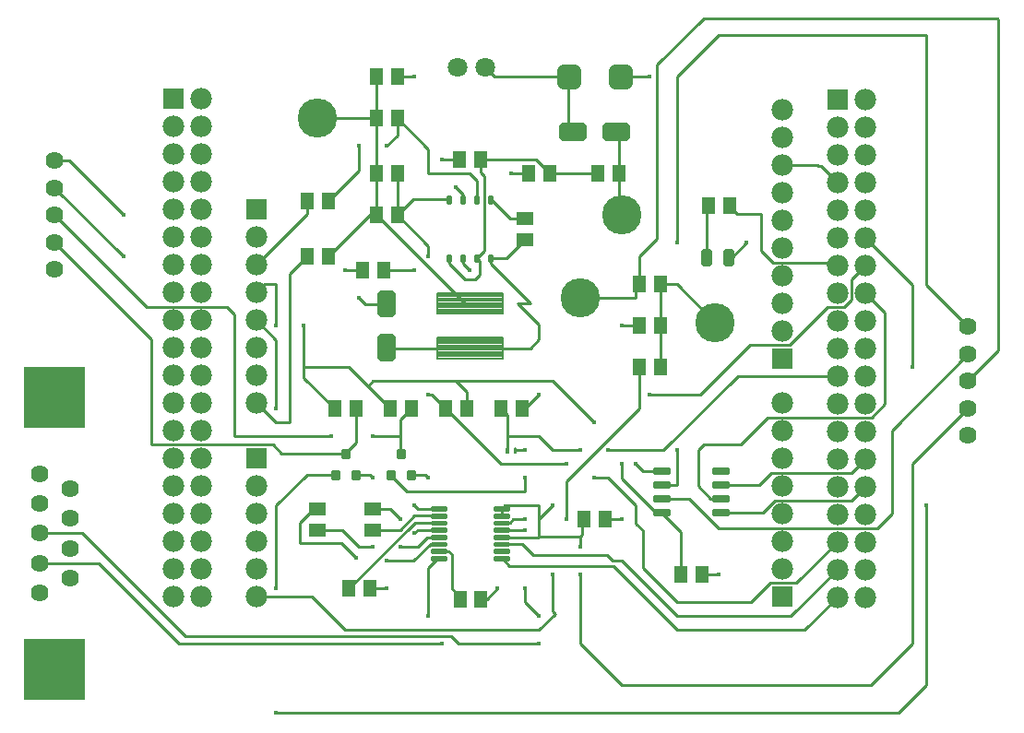
<source format=gtl>
G04 EAGLE Gerber RS-274X export*
G75*
%MOMM*%
%FSLAX34Y34*%
%LPD*%
%INTop Copper*%
%IPPOS*%
%AMOC8*
5,1,8,0,0,1.08239X$1,22.5*%
G01*
%ADD10R,1.500000X1.300000*%
%ADD11R,1.300000X1.500000*%
%ADD12C,1.620000*%
%ADD13R,5.580000X5.580000*%
%ADD14C,1.800000*%
%ADD15C,1.079500*%
%ADD16C,0.850000*%
%ADD17C,0.500000*%
%ADD18C,0.150000*%
%ADD19C,0.210000*%
%ADD20R,1.980000X1.980000*%
%ADD21C,1.980000*%
%ADD22C,3.600000*%
%ADD23C,0.400000*%
%ADD24C,0.225000*%
%ADD25C,0.255000*%
%ADD26C,0.304800*%
%ADD27C,0.254000*%
%ADD28C,0.452400*%


D10*
X381000Y219100D03*
X381000Y238100D03*
X520700Y504800D03*
X520700Y485800D03*
D11*
X663600Y177800D03*
X682600Y177800D03*
D10*
X330200Y219100D03*
X330200Y238100D03*
D11*
X358800Y165100D03*
X377800Y165100D03*
X479900Y155500D03*
X460900Y155500D03*
X574700Y228600D03*
X593700Y228600D03*
X542900Y546100D03*
X523900Y546100D03*
X479400Y558800D03*
X460400Y558800D03*
X403200Y508000D03*
X384200Y508000D03*
X384200Y635000D03*
X403200Y635000D03*
D12*
X74700Y161100D03*
X74700Y188500D03*
X74700Y215900D03*
X74700Y270700D03*
X74700Y243300D03*
X103100Y174800D03*
X103100Y202200D03*
X103100Y229600D03*
X103100Y257000D03*
D13*
X88900Y340850D03*
X88900Y90950D03*
D14*
X458600Y643700D03*
X483600Y643700D03*
D12*
X88900Y508000D03*
X88900Y483000D03*
X88900Y458000D03*
X88900Y533000D03*
X88900Y558000D03*
X927100Y355600D03*
X927100Y330600D03*
X927100Y305600D03*
X927100Y380600D03*
X927100Y405600D03*
D15*
X565849Y629094D02*
X555053Y629094D01*
X555053Y640906D01*
X565849Y640906D01*
X565849Y629094D01*
X565849Y639349D02*
X555053Y639349D01*
X602551Y629094D02*
X613347Y629094D01*
X602551Y629094D02*
X602551Y640906D01*
X613347Y640906D01*
X613347Y629094D01*
X613347Y639349D02*
X602551Y639349D01*
D16*
X595950Y588450D02*
X612450Y588450D01*
X612450Y579950D01*
X595950Y579950D01*
X595950Y588450D01*
X595950Y588025D02*
X612450Y588025D01*
X572450Y588450D02*
X555950Y588450D01*
X572450Y588450D02*
X572450Y579950D01*
X555950Y579950D01*
X555950Y588450D01*
X555950Y588025D02*
X572450Y588025D01*
X397950Y394650D02*
X397950Y378150D01*
X389450Y378150D01*
X389450Y394650D01*
X397950Y394650D01*
X397950Y386225D02*
X389450Y386225D01*
X389450Y394300D02*
X397950Y394300D01*
X397950Y418150D02*
X397950Y434650D01*
X397950Y418150D02*
X389450Y418150D01*
X389450Y434650D01*
X397950Y434650D01*
X397950Y426225D02*
X389450Y426225D01*
X389450Y434300D02*
X397950Y434300D01*
D17*
X704900Y463200D02*
X709900Y463200D01*
X704900Y463200D02*
X704900Y474200D01*
X709900Y474200D01*
X709900Y463200D01*
X709900Y467950D02*
X704900Y467950D01*
X704900Y472700D02*
X709900Y472700D01*
X689900Y463200D02*
X684900Y463200D01*
X684900Y474200D01*
X689900Y474200D01*
X689900Y463200D01*
X689900Y467950D02*
X684900Y467950D01*
X684900Y472700D02*
X689900Y472700D01*
D18*
X505250Y294350D02*
X505250Y289850D01*
X503750Y289850D01*
X503750Y294350D01*
X505250Y294350D01*
X505250Y291275D02*
X503750Y291275D01*
X503750Y292700D02*
X505250Y292700D01*
X505250Y294125D02*
X503750Y294125D01*
X512250Y294350D02*
X512250Y289850D01*
X510750Y289850D01*
X510750Y294350D01*
X512250Y294350D01*
X512250Y291275D02*
X510750Y291275D01*
X510750Y292700D02*
X512250Y292700D01*
X512250Y294125D02*
X510750Y294125D01*
D19*
X499850Y395350D02*
X439950Y395350D01*
X499850Y395350D02*
X499850Y376450D01*
X439950Y376450D01*
X439950Y395350D01*
X439950Y378445D02*
X499850Y378445D01*
X499850Y380440D02*
X439950Y380440D01*
X439950Y382435D02*
X499850Y382435D01*
X499850Y384430D02*
X439950Y384430D01*
X439950Y386425D02*
X499850Y386425D01*
X499850Y388420D02*
X439950Y388420D01*
X439950Y390415D02*
X499850Y390415D01*
X499850Y392410D02*
X439950Y392410D01*
X439950Y394405D02*
X499850Y394405D01*
X499850Y436350D02*
X439950Y436350D01*
X499850Y436350D02*
X499850Y417450D01*
X439950Y417450D01*
X439950Y436350D01*
X439950Y419445D02*
X499850Y419445D01*
X499850Y421440D02*
X439950Y421440D01*
X439950Y423435D02*
X499850Y423435D01*
X499850Y425430D02*
X439950Y425430D01*
X439950Y427425D02*
X499850Y427425D01*
X499850Y429420D02*
X439950Y429420D01*
X439950Y431415D02*
X499850Y431415D01*
X499850Y433410D02*
X439950Y433410D01*
X439950Y435405D02*
X499850Y435405D01*
D20*
X273800Y284400D03*
D21*
X273800Y259000D03*
X273800Y233600D03*
X273800Y208200D03*
X273800Y182800D03*
X273800Y157400D03*
D20*
X273800Y513000D03*
D21*
X273800Y487600D03*
X273800Y462200D03*
X273800Y436800D03*
X273800Y411400D03*
X273800Y386000D03*
X273800Y360600D03*
X273800Y335200D03*
D20*
X197600Y614600D03*
D21*
X223000Y614600D03*
X197600Y589200D03*
X223000Y589200D03*
X197600Y563800D03*
X223000Y563800D03*
X197600Y538400D03*
X223000Y538400D03*
X197600Y513000D03*
X223000Y513000D03*
X197600Y487600D03*
X223000Y487600D03*
X197600Y462200D03*
X223000Y462200D03*
X197600Y436800D03*
X223000Y436800D03*
X197600Y411400D03*
X223000Y411400D03*
X197600Y386000D03*
X223000Y386000D03*
X197600Y360600D03*
X223000Y360600D03*
X197600Y335200D03*
X223000Y335200D03*
X197600Y309800D03*
X223000Y309800D03*
X197600Y284400D03*
X223000Y284400D03*
X197600Y259000D03*
X223000Y259000D03*
X197600Y233600D03*
X223000Y233600D03*
X197600Y208200D03*
X223000Y208200D03*
X197600Y182800D03*
X223000Y182800D03*
X197600Y157400D03*
X223000Y157400D03*
D20*
X756400Y375840D03*
D21*
X756400Y401240D03*
X756400Y426640D03*
X756400Y452040D03*
X756400Y477440D03*
X756400Y502840D03*
X756400Y528240D03*
X756400Y553640D03*
X756400Y579040D03*
X756400Y604440D03*
X756400Y208200D03*
X756400Y233600D03*
X756400Y259000D03*
X756400Y284400D03*
X756400Y309800D03*
X756400Y335200D03*
D20*
X756400Y157400D03*
D21*
X756400Y182800D03*
D20*
X807200Y614350D03*
D21*
X832600Y614350D03*
X807200Y588950D03*
X832600Y588950D03*
X807200Y563550D03*
X832600Y563550D03*
X807200Y538150D03*
X832600Y538150D03*
X807200Y512750D03*
X832600Y512750D03*
X807200Y487350D03*
X832600Y487350D03*
X807200Y461950D03*
X832600Y461950D03*
X807200Y436550D03*
X832600Y436550D03*
X807200Y411150D03*
X832600Y411150D03*
X807200Y385750D03*
X832600Y385750D03*
X807200Y360350D03*
X832600Y360350D03*
X807200Y334950D03*
X832600Y334950D03*
X807200Y309550D03*
X832600Y309550D03*
X807200Y284150D03*
X832600Y284150D03*
X807200Y258750D03*
X832600Y258750D03*
X807200Y233350D03*
X832600Y233350D03*
X807200Y207950D03*
X832600Y207950D03*
X807200Y182550D03*
X832600Y182550D03*
X807200Y157150D03*
X832600Y157150D03*
D11*
X390500Y457200D03*
X371500Y457200D03*
X625500Y444500D03*
X644500Y444500D03*
X625500Y406400D03*
X644500Y406400D03*
X689000Y516900D03*
X708000Y516900D03*
X644500Y368300D03*
X625500Y368300D03*
X606400Y546100D03*
X587400Y546100D03*
X339700Y469900D03*
X320700Y469900D03*
X339700Y520700D03*
X320700Y520700D03*
X403200Y546100D03*
X384200Y546100D03*
X403200Y596900D03*
X384200Y596900D03*
X498500Y330200D03*
X517500Y330200D03*
X447700Y330200D03*
X466700Y330200D03*
X415900Y330200D03*
X396900Y330200D03*
X365100Y330200D03*
X346100Y330200D03*
D22*
X330200Y596900D03*
X571500Y431800D03*
X695100Y409100D03*
X609600Y508000D03*
D23*
X357600Y286900D02*
X353600Y286900D01*
X353600Y291900D01*
X357600Y291900D01*
X357600Y286900D01*
X357600Y290700D02*
X353600Y290700D01*
X348100Y266900D02*
X344100Y266900D01*
X344100Y271900D01*
X348100Y271900D01*
X348100Y266900D01*
X348100Y270700D02*
X344100Y270700D01*
X363100Y271900D02*
X367100Y271900D01*
X367100Y266900D01*
X363100Y266900D01*
X363100Y271900D01*
X363100Y270700D02*
X367100Y270700D01*
X404400Y286900D02*
X408400Y286900D01*
X404400Y286900D02*
X404400Y291900D01*
X408400Y291900D01*
X408400Y286900D01*
X408400Y290700D02*
X404400Y290700D01*
X398900Y266900D02*
X394900Y266900D01*
X394900Y271900D01*
X398900Y271900D01*
X398900Y266900D01*
X398900Y270700D02*
X394900Y270700D01*
X413900Y271900D02*
X417900Y271900D01*
X417900Y266900D01*
X413900Y266900D01*
X413900Y271900D01*
X413900Y270700D02*
X417900Y270700D01*
D24*
X434525Y237525D02*
X447275Y237525D01*
X434525Y237525D02*
X434525Y239775D01*
X447275Y239775D01*
X447275Y237525D01*
X447275Y239662D02*
X434525Y239662D01*
X434525Y231025D02*
X447275Y231025D01*
X434525Y231025D02*
X434525Y233275D01*
X447275Y233275D01*
X447275Y231025D01*
X447275Y233162D02*
X434525Y233162D01*
X434525Y224525D02*
X447275Y224525D01*
X434525Y224525D02*
X434525Y226775D01*
X447275Y226775D01*
X447275Y224525D01*
X447275Y226662D02*
X434525Y226662D01*
X434525Y218025D02*
X447275Y218025D01*
X434525Y218025D02*
X434525Y220275D01*
X447275Y220275D01*
X447275Y218025D01*
X447275Y220162D02*
X434525Y220162D01*
X434525Y211525D02*
X447275Y211525D01*
X434525Y211525D02*
X434525Y213775D01*
X447275Y213775D01*
X447275Y211525D01*
X447275Y213662D02*
X434525Y213662D01*
X434525Y205025D02*
X447275Y205025D01*
X434525Y205025D02*
X434525Y207275D01*
X447275Y207275D01*
X447275Y205025D01*
X447275Y207162D02*
X434525Y207162D01*
X434525Y198525D02*
X447275Y198525D01*
X434525Y198525D02*
X434525Y200775D01*
X447275Y200775D01*
X447275Y198525D01*
X447275Y200662D02*
X434525Y200662D01*
X434525Y192025D02*
X447275Y192025D01*
X434525Y192025D02*
X434525Y194275D01*
X447275Y194275D01*
X447275Y192025D01*
X447275Y194162D02*
X434525Y194162D01*
X492525Y194275D02*
X505275Y194275D01*
X505275Y192025D01*
X492525Y192025D01*
X492525Y194275D01*
X492525Y194162D02*
X505275Y194162D01*
X505275Y200775D02*
X492525Y200775D01*
X505275Y200775D02*
X505275Y198525D01*
X492525Y198525D01*
X492525Y200775D01*
X492525Y200662D02*
X505275Y200662D01*
X505275Y207275D02*
X492525Y207275D01*
X505275Y207275D02*
X505275Y205025D01*
X492525Y205025D01*
X492525Y207275D01*
X492525Y207162D02*
X505275Y207162D01*
X505275Y213775D02*
X492525Y213775D01*
X505275Y213775D02*
X505275Y211525D01*
X492525Y211525D01*
X492525Y213775D01*
X492525Y213662D02*
X505275Y213662D01*
X505275Y220275D02*
X492525Y220275D01*
X505275Y220275D02*
X505275Y218025D01*
X492525Y218025D01*
X492525Y220275D01*
X492525Y220162D02*
X505275Y220162D01*
X505275Y226775D02*
X492525Y226775D01*
X505275Y226775D02*
X505275Y224525D01*
X492525Y224525D01*
X492525Y226775D01*
X492525Y226662D02*
X505275Y226662D01*
X505275Y233275D02*
X492525Y233275D01*
X505275Y233275D02*
X505275Y231025D01*
X492525Y231025D01*
X492525Y233275D01*
X492525Y233162D02*
X505275Y233162D01*
X505275Y239775D02*
X492525Y239775D01*
X505275Y239775D02*
X505275Y237525D01*
X492525Y237525D01*
X492525Y239775D01*
X492525Y239662D02*
X505275Y239662D01*
D25*
X487675Y519575D02*
X487675Y525025D01*
X490225Y525025D01*
X490225Y519575D01*
X487675Y519575D01*
X487675Y521997D02*
X490225Y521997D01*
X490225Y524419D02*
X487675Y524419D01*
X474975Y525025D02*
X474975Y519575D01*
X474975Y525025D02*
X477525Y525025D01*
X477525Y519575D01*
X474975Y519575D01*
X474975Y521997D02*
X477525Y521997D01*
X477525Y524419D02*
X474975Y524419D01*
X462275Y525025D02*
X462275Y519575D01*
X462275Y525025D02*
X464825Y525025D01*
X464825Y519575D01*
X462275Y519575D01*
X462275Y521997D02*
X464825Y521997D01*
X464825Y524419D02*
X462275Y524419D01*
X449575Y525025D02*
X449575Y519575D01*
X449575Y525025D02*
X452125Y525025D01*
X452125Y519575D01*
X449575Y519575D01*
X449575Y521997D02*
X452125Y521997D01*
X452125Y524419D02*
X449575Y524419D01*
X452125Y471025D02*
X452125Y465575D01*
X449575Y465575D01*
X449575Y471025D01*
X452125Y471025D01*
X452125Y467997D02*
X449575Y467997D01*
X449575Y470419D02*
X452125Y470419D01*
X464825Y471025D02*
X464825Y465575D01*
X462275Y465575D01*
X462275Y471025D01*
X464825Y471025D01*
X464825Y467997D02*
X462275Y467997D01*
X462275Y470419D02*
X464825Y470419D01*
X477525Y471025D02*
X477525Y465575D01*
X474975Y465575D01*
X474975Y471025D01*
X477525Y471025D01*
X477525Y467997D02*
X474975Y467997D01*
X474975Y470419D02*
X477525Y470419D01*
X490225Y471025D02*
X490225Y465575D01*
X487675Y465575D01*
X487675Y471025D01*
X490225Y471025D01*
X490225Y467997D02*
X487675Y467997D01*
X487675Y470419D02*
X490225Y470419D01*
D26*
X639826Y271526D02*
X652272Y271526D01*
X639826Y271526D02*
X639826Y274574D01*
X652272Y274574D01*
X652272Y271526D01*
X652272Y274422D02*
X639826Y274422D01*
X639826Y258826D02*
X652272Y258826D01*
X639826Y258826D02*
X639826Y261874D01*
X652272Y261874D01*
X652272Y258826D01*
X652272Y261722D02*
X639826Y261722D01*
X639826Y246126D02*
X652272Y246126D01*
X639826Y246126D02*
X639826Y249174D01*
X652272Y249174D01*
X652272Y246126D01*
X652272Y249022D02*
X639826Y249022D01*
X639826Y233426D02*
X652272Y233426D01*
X639826Y233426D02*
X639826Y236474D01*
X652272Y236474D01*
X652272Y233426D01*
X652272Y236322D02*
X639826Y236322D01*
X693928Y271526D02*
X706374Y271526D01*
X693928Y271526D02*
X693928Y274574D01*
X706374Y274574D01*
X706374Y271526D01*
X706374Y274422D02*
X693928Y274422D01*
X693928Y258826D02*
X706374Y258826D01*
X693928Y258826D02*
X693928Y261874D01*
X706374Y261874D01*
X706374Y258826D01*
X706374Y261722D02*
X693928Y261722D01*
X693928Y246126D02*
X706374Y246126D01*
X693928Y246126D02*
X693928Y249174D01*
X706374Y249174D01*
X706374Y246126D01*
X706374Y249022D02*
X693928Y249022D01*
X693928Y233426D02*
X706374Y233426D01*
X693928Y233426D02*
X693928Y236474D01*
X706374Y236474D01*
X706374Y233426D01*
X706374Y236322D02*
X693928Y236322D01*
D27*
X789590Y552950D02*
X788900Y553640D01*
X756400Y553640D01*
X792400Y552950D02*
X807200Y538150D01*
X792400Y552950D02*
X789590Y552950D01*
X406189Y219100D02*
X381000Y219100D01*
X440636Y231886D02*
X440900Y232150D01*
X418975Y231886D02*
X406189Y219100D01*
X418975Y231886D02*
X440636Y231886D01*
X396900Y238100D02*
X381000Y238100D01*
X396900Y238100D02*
X406400Y228600D01*
D28*
X406400Y228600D03*
X419100Y215900D03*
D27*
X422100Y218900D02*
X429626Y218900D01*
X422100Y218900D02*
X419100Y215900D01*
X429412Y218686D02*
X429626Y218900D01*
X429412Y218686D02*
X440436Y218686D01*
X440900Y219150D01*
X419100Y635000D02*
X403200Y635000D01*
D28*
X419100Y635000D03*
D27*
X444500Y558800D02*
X460400Y558800D01*
D28*
X444500Y558800D03*
D27*
X508000Y546100D02*
X523900Y546100D01*
D28*
X508000Y546100D03*
D27*
X607949Y635000D02*
X635000Y635000D01*
D28*
X635000Y635000D03*
D27*
X463550Y468300D02*
X463550Y463550D01*
X469900Y457200D01*
D28*
X469900Y457200D03*
D27*
X371500Y457200D02*
X355600Y457200D01*
D28*
X355600Y457200D03*
D27*
X463550Y522300D02*
X463550Y527050D01*
X457200Y533400D01*
D28*
X457200Y533400D03*
D27*
X393700Y426400D02*
X373700Y426400D01*
X368300Y431800D01*
D28*
X368300Y431800D03*
D27*
X707400Y468700D02*
X710000Y468700D01*
X723900Y482600D01*
D28*
X723900Y482600D03*
D27*
X625500Y406400D02*
X609600Y406400D01*
D28*
X609600Y406400D03*
D27*
X628650Y273050D02*
X646049Y273050D01*
X628650Y273050D02*
X622300Y279400D01*
D28*
X622300Y279400D03*
D27*
X682600Y177800D02*
X698500Y177800D01*
D28*
X698500Y177800D03*
D27*
X609600Y228600D02*
X593700Y228600D01*
D28*
X609600Y228600D03*
D27*
X499136Y225414D02*
X498900Y225650D01*
X499136Y225414D02*
X506588Y225414D01*
X509774Y228600D01*
X520700Y228600D01*
D28*
X520700Y228600D03*
D27*
X520700Y292100D02*
X511500Y292100D01*
D28*
X520700Y292100D03*
D27*
X440900Y238650D02*
X421750Y238650D01*
X419100Y241300D01*
D28*
X419100Y241300D03*
D27*
X415900Y269400D02*
X429100Y269400D01*
X431800Y266700D01*
D28*
X431800Y266700D03*
D27*
X378300Y269400D02*
X365100Y269400D01*
X378300Y269400D02*
X381000Y266700D01*
D28*
X381000Y266700D03*
D27*
X377800Y165100D02*
X393700Y165100D01*
D28*
X393700Y165100D03*
D27*
X479900Y155500D02*
X485700Y155500D01*
X495300Y165100D01*
D28*
X495300Y165100D03*
D27*
X314114Y206814D02*
X314114Y225747D01*
X314114Y206814D02*
X351986Y206814D01*
X330200Y238100D02*
X326467Y238100D01*
X314114Y225747D01*
D28*
X365609Y193191D03*
X393700Y190606D03*
D27*
X440664Y206386D02*
X440900Y206150D01*
X440664Y206386D02*
X434012Y206386D01*
X418232Y190606D02*
X393700Y190606D01*
X418232Y190606D02*
X434012Y206386D01*
X365609Y193191D02*
X351986Y206814D01*
X453286Y165254D02*
X460900Y155500D01*
X453286Y165254D02*
X453286Y196688D01*
X450324Y199650D01*
X440900Y199650D01*
X573100Y227000D02*
X574700Y228600D01*
X573100Y227000D02*
X573100Y214300D01*
X571450Y212650D02*
X533400Y212650D01*
X533400Y212050D02*
X499500Y212050D01*
X498900Y212650D01*
X533400Y212650D02*
X533400Y212050D01*
X533400Y212650D02*
X533400Y228600D01*
X533400Y241300D01*
X501550Y241300D01*
X498900Y238650D01*
X876300Y279800D02*
X927100Y330600D01*
X876300Y114300D02*
X838200Y76200D01*
X609600Y76200D01*
X571500Y114300D01*
X571500Y177800D01*
D28*
X571500Y177800D03*
X571500Y203200D03*
D27*
X571500Y212600D01*
X571450Y212650D01*
X573100Y214300D01*
X876300Y279800D02*
X876300Y114300D01*
X292100Y393100D02*
X273800Y411400D01*
D28*
X292100Y330200D03*
X546100Y241300D03*
D27*
X533400Y228600D01*
X292100Y330200D02*
X292100Y393100D01*
X498900Y238650D02*
X498900Y232150D01*
X419350Y225650D02*
X358800Y165100D01*
X419350Y225650D02*
X440900Y225650D01*
X352400Y219100D02*
X330200Y219100D01*
X352400Y219100D02*
X368300Y203200D01*
X381000Y203200D01*
D28*
X381000Y203200D03*
X406400Y203200D03*
D27*
X430812Y212086D02*
X440336Y212086D01*
X440900Y212650D01*
X421926Y203200D02*
X406400Y203200D01*
X421926Y203200D02*
X430812Y212086D01*
X114300Y215900D02*
X74700Y215900D01*
X459182Y114300D02*
X533400Y114300D01*
X459182Y114300D02*
X452414Y121068D01*
X209132Y121068D01*
D28*
X533400Y114300D03*
X533400Y139700D03*
D27*
X520700Y152400D01*
X520700Y165100D01*
D28*
X520700Y165100D03*
X520700Y218718D03*
D27*
X499332Y218718D01*
X498900Y219150D01*
X209132Y121068D02*
X114300Y215900D01*
X492300Y635000D02*
X560451Y635000D01*
X492300Y635000D02*
X483600Y643700D01*
X560451Y635000D02*
X560451Y587949D01*
X564200Y584200D01*
X542900Y546100D02*
X587400Y546100D01*
X542900Y546100D02*
X530200Y558800D01*
X479400Y558800D01*
X450850Y468300D02*
X450850Y463550D01*
X474614Y448732D02*
X478968Y453087D01*
X478968Y465582D02*
X476250Y468300D01*
X478968Y465582D02*
X478968Y453087D01*
X474614Y448732D02*
X465668Y448732D01*
X450850Y463550D01*
X479400Y547386D02*
X479400Y558800D01*
X479400Y547386D02*
X483086Y543700D01*
X483086Y475136D01*
X476250Y468300D01*
X506450Y504800D02*
X520700Y504800D01*
X506450Y504800D02*
X488950Y522300D01*
X520700Y485800D02*
X503200Y468300D01*
X488950Y468300D01*
X469900Y385900D02*
X525600Y385900D01*
X533400Y393700D01*
X525514Y426986D02*
X513932Y426986D01*
X533400Y407518D02*
X533400Y393700D01*
X533400Y407518D02*
X513932Y426986D01*
X469900Y385900D02*
X394200Y385900D01*
X393700Y386400D01*
X488950Y463550D02*
X488950Y468300D01*
X488950Y463550D02*
X525514Y426986D01*
X417500Y522300D02*
X403200Y508000D01*
X417500Y522300D02*
X450850Y522300D01*
X431800Y479400D02*
X403200Y508000D01*
X431800Y479400D02*
X431800Y469900D01*
D28*
X431800Y469900D03*
X419100Y457200D03*
D27*
X390500Y457200D01*
X403200Y508000D02*
X403200Y546100D01*
X384200Y596900D02*
X330200Y596900D01*
X384200Y596900D02*
X384200Y635000D01*
X384200Y596900D02*
X384200Y546100D01*
X377800Y508000D02*
X339700Y469900D01*
X377800Y508000D02*
X384200Y508000D01*
X384200Y546100D01*
X384200Y508000D02*
X465300Y426900D01*
X469900Y426900D01*
X431800Y568300D02*
X403200Y596900D01*
X431800Y568300D02*
X431800Y546100D01*
X469900Y546100D01*
X476250Y539750D01*
X476250Y522300D01*
X403200Y581000D02*
X403200Y596900D01*
X403200Y581000D02*
X393700Y571500D01*
D28*
X393700Y571500D03*
X368300Y571500D03*
D27*
X368300Y549300D01*
X339700Y520700D01*
X320700Y520700D02*
X320700Y509100D01*
X273800Y462200D01*
X304800Y454000D02*
X320700Y469900D01*
X304800Y454000D02*
X304800Y317500D01*
X291500Y317500D01*
X273800Y335200D01*
X102400Y558000D02*
X88900Y558000D01*
X102400Y558000D02*
X152400Y508000D01*
D28*
X152400Y508000D03*
X533400Y342900D03*
D27*
X520700Y330200D01*
X517500Y330200D01*
X504500Y304800D02*
X504500Y292100D01*
X504500Y304800D02*
X504500Y324200D01*
X498500Y330200D01*
X715950Y360350D02*
X807200Y360350D01*
X715950Y360350D02*
X647700Y292100D01*
X596900Y292100D01*
D28*
X596900Y292100D03*
X571500Y292100D03*
D27*
X546100Y292100D01*
X533400Y304800D01*
X504500Y304800D01*
X406400Y304800D02*
X406400Y289400D01*
X406400Y304800D02*
X406400Y320700D01*
X415900Y330200D01*
X342900Y304800D02*
X254000Y304800D01*
D28*
X342900Y304800D03*
X381000Y304800D03*
D27*
X406400Y304800D01*
X173000Y423900D02*
X88900Y508000D01*
X173000Y423900D02*
X246900Y423900D01*
X254000Y416800D01*
X254000Y304800D01*
X355600Y289400D02*
X365100Y298900D01*
X365100Y330200D01*
X177800Y394100D02*
X88900Y483000D01*
X177800Y394100D02*
X177800Y297144D01*
X296551Y289400D02*
X355600Y289400D01*
X288807Y297144D02*
X177800Y297144D01*
X288807Y297144D02*
X296551Y289400D01*
X646049Y247650D02*
X670966Y247650D01*
X697816Y220800D01*
X857100Y310600D02*
X927100Y380600D01*
X857100Y234100D02*
X843800Y220800D01*
X697816Y220800D01*
X857100Y234100D02*
X857100Y310600D01*
X927100Y405600D02*
X889000Y443700D01*
X889000Y673100D01*
X698500Y673100D01*
X660400Y635000D01*
X660400Y482600D01*
D28*
X660400Y482600D03*
X660400Y292100D03*
D27*
X660471Y260350D02*
X646049Y260350D01*
X660471Y292029D02*
X660400Y292100D01*
X660471Y292029D02*
X660471Y260350D01*
X700151Y260350D02*
X735317Y260350D01*
X746611Y271644D01*
X820094Y271644D02*
X832600Y284150D01*
X820094Y271644D02*
X746611Y271644D01*
X850800Y418350D02*
X832600Y436550D01*
X850800Y334394D02*
X838750Y322344D01*
X850800Y334394D02*
X850800Y418350D01*
X838750Y322344D02*
X743044Y322344D01*
X718185Y297485D01*
X684515Y297485D01*
X684300Y297700D01*
X679250Y292650D01*
X679250Y259150D01*
X690750Y247650D02*
X700151Y247650D01*
X690750Y247650D02*
X679250Y259150D01*
X700151Y234950D02*
X738417Y234950D01*
X749611Y246144D01*
X819994Y246144D02*
X832600Y258750D01*
X819994Y246144D02*
X749611Y246144D01*
X695100Y409100D02*
X659700Y444500D01*
X644500Y444500D01*
X644500Y406400D01*
X644500Y368300D01*
X622300Y431800D02*
X571500Y431800D01*
X641632Y645943D02*
X684537Y688848D01*
X622300Y441300D02*
X622300Y431800D01*
X622300Y441300D02*
X625500Y444500D01*
X641632Y486032D02*
X641632Y645943D01*
X641632Y486032D02*
X625500Y469900D01*
X625500Y444500D01*
X927100Y355600D02*
X955100Y383600D01*
X955100Y687900D01*
X954152Y688848D01*
X684537Y688848D01*
X517750Y206150D02*
X498900Y206150D01*
X527702Y196198D02*
X595513Y196198D01*
X601211Y190500D02*
X609600Y190500D01*
X601211Y190500D02*
X595513Y196198D01*
X609600Y190500D02*
X660400Y139700D01*
X764350Y139700D01*
X807200Y182550D01*
X527702Y196198D02*
X517750Y206150D01*
X506300Y185750D02*
X601650Y185750D01*
X506300Y185750D02*
X498900Y193150D01*
X601650Y185750D02*
X660400Y127000D01*
X777050Y127000D01*
X807200Y157150D01*
X622300Y224482D02*
X622300Y241300D01*
X622300Y224482D02*
X628368Y218414D01*
X628368Y184432D01*
X622300Y241300D02*
X596900Y266700D01*
X584200Y266700D01*
D28*
X584200Y266700D03*
X558800Y279400D03*
D27*
X498500Y279400D01*
X447700Y330200D01*
X660400Y152400D02*
X727549Y152400D01*
X660400Y152400D02*
X628368Y184432D01*
X152000Y469900D02*
X88900Y533000D01*
X152000Y469900D02*
X152400Y469900D01*
D28*
X152400Y469900D03*
X431800Y342900D03*
D27*
X435000Y342900D01*
X447700Y330200D01*
X769394Y170144D02*
X807200Y207950D01*
X769394Y170144D02*
X745293Y170144D01*
X727549Y152400D01*
X412300Y254000D02*
X396900Y269400D01*
X412300Y254000D02*
X520700Y254000D01*
X635000Y342900D02*
X681489Y342900D01*
D28*
X635000Y342900D03*
X520700Y266700D03*
D27*
X520700Y254000D01*
X813189Y423906D02*
X819844Y430561D01*
X819844Y449194D02*
X832600Y461950D01*
X819844Y449194D02*
X819844Y430561D01*
X813189Y423906D02*
X798399Y423906D01*
X763177Y388684D01*
X727273Y388684D01*
X681489Y342900D01*
X832600Y487350D02*
X876300Y443650D01*
X876300Y368300D01*
D28*
X876300Y368300D03*
X889000Y241300D03*
D27*
X889000Y76200D01*
X863600Y50800D01*
X292100Y50800D01*
D28*
X292100Y50800D03*
X292100Y165100D03*
D27*
X292100Y241300D01*
X320200Y269400D02*
X346100Y269400D01*
X320200Y269400D02*
X292100Y241300D01*
X663600Y217399D02*
X663600Y177800D01*
X663600Y217399D02*
X646049Y234950D01*
X346100Y330200D02*
X317500Y358800D01*
X317500Y368300D01*
D28*
X317500Y406400D03*
D27*
X317500Y368300D01*
D28*
X292100Y406400D03*
D27*
X292100Y444500D01*
X281500Y444500D01*
X273800Y436800D01*
X376250Y350850D02*
X396900Y330200D01*
X376250Y350850D02*
X358800Y368300D01*
X317500Y368300D01*
X466700Y346100D02*
X466700Y330200D01*
X466700Y346100D02*
X457200Y355600D01*
X381000Y355600D01*
X376250Y350850D01*
X644183Y236816D02*
X646049Y234950D01*
X644183Y236816D02*
X639248Y236816D01*
X609600Y266464D01*
X609600Y279400D01*
D28*
X609600Y279400D03*
X584200Y317500D03*
D27*
X546100Y355600D01*
X457200Y355600D01*
X129000Y188500D02*
X74700Y188500D01*
X203200Y114300D02*
X444500Y114300D01*
D28*
X444500Y114300D03*
X431800Y139700D03*
D27*
X431800Y184050D01*
X440900Y193150D01*
X203200Y114300D02*
X129000Y188500D01*
X687400Y515300D02*
X689000Y516900D01*
X687400Y515300D02*
X687400Y468700D01*
X737300Y475300D02*
X737300Y509500D01*
X715400Y509500D01*
X708000Y516900D01*
X737300Y475300D02*
X747916Y464684D01*
X804466Y464684D02*
X807200Y461950D01*
X804466Y464684D02*
X747916Y464684D01*
X325200Y157400D02*
X273800Y157400D01*
X325200Y157400D02*
X355600Y127000D01*
X533400Y127000D01*
X548300Y141900D01*
X546100Y144100D01*
X546100Y177800D01*
D28*
X546100Y177800D03*
X558800Y228600D03*
D27*
X558800Y263500D01*
X625500Y330200D02*
X625500Y368300D01*
X625500Y330200D02*
X558800Y263500D01*
X606400Y582000D02*
X604200Y584200D01*
X606400Y582000D02*
X606400Y546100D01*
X606400Y511200D01*
X609600Y508000D01*
M02*

</source>
